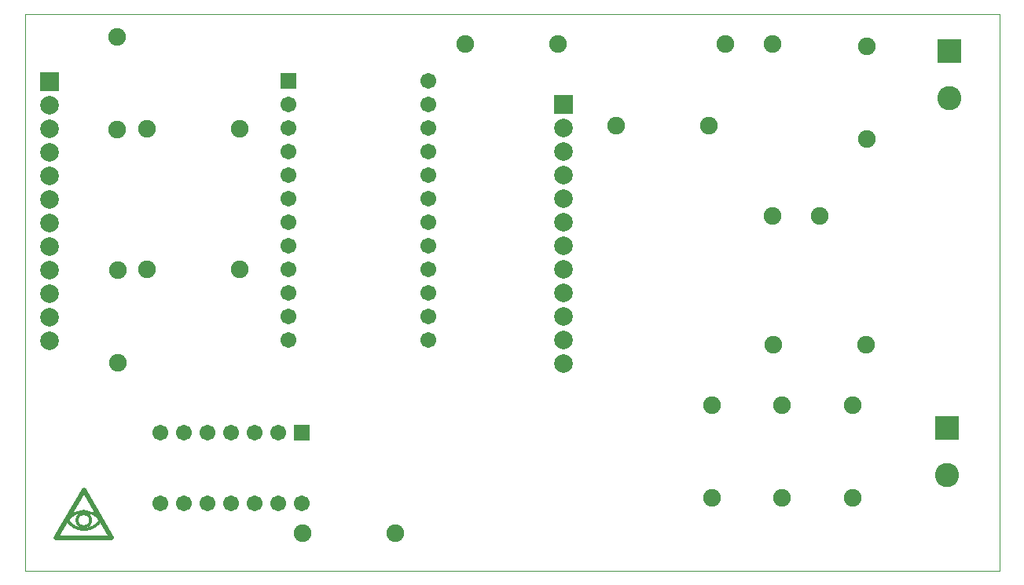
<source format=gbs>
G04 Layer_Color=16711935*
%FSLAX44Y44*%
%MOMM*%
G71*
G01*
G75*
%ADD10C,0.3000*%
%ADD17C,0.1000*%
%ADD33C,0.5500*%
%ADD36C,2.6032*%
%ADD37R,2.6032X2.6032*%
%ADD38C,1.9032*%
%ADD39R,1.7032X1.7032*%
%ADD40C,1.7032*%
%ADD41C,2.0032*%
%ADD42R,2.0032X2.0032*%
%ADD43R,1.7032X1.7032*%
D10*
X45531Y54779D02*
G03*
X82067Y54943I18219J10961D01*
G01*
X81406Y54500D02*
G03*
X46050Y54434I-17656J-11843D01*
G01*
X70779Y54310D02*
G03*
X70779Y54310I-7279J0D01*
G01*
D17*
X0Y0D02*
Y600000D01*
Y0D02*
X1050000D01*
Y600000D01*
X0D02*
X1050000D01*
D33*
X33750Y35060D02*
X93750D01*
X63700Y86610D02*
X93750Y35060D01*
X33750D02*
X63700Y86610D01*
D36*
X993140Y102870D02*
D03*
X995680Y509270D02*
D03*
D37*
X993140Y153670D02*
D03*
X995680Y560070D02*
D03*
D38*
X740410Y178270D02*
D03*
Y78270D02*
D03*
X299250Y40640D02*
D03*
X399250D02*
D03*
X805980Y243840D02*
D03*
X905980D02*
D03*
X474510Y567690D02*
D03*
X574510D02*
D03*
X637070Y480060D02*
D03*
X737070D02*
D03*
X815340Y178270D02*
D03*
Y78270D02*
D03*
X891540Y178270D02*
D03*
Y78270D02*
D03*
X100330Y224320D02*
D03*
Y324320D02*
D03*
X99060Y575780D02*
D03*
Y475780D02*
D03*
X231610Y325120D02*
D03*
X131610D02*
D03*
X231610Y476250D02*
D03*
X131610D02*
D03*
X906780Y465620D02*
D03*
Y565620D02*
D03*
X855980Y382270D02*
D03*
X805180D02*
D03*
X754380Y567690D02*
D03*
X805180D02*
D03*
D39*
X298450Y148590D02*
D03*
D40*
X273050D02*
D03*
X247650D02*
D03*
X222250D02*
D03*
X196850D02*
D03*
X171450D02*
D03*
X146050D02*
D03*
X298450Y72390D02*
D03*
X273050D02*
D03*
X247650D02*
D03*
X222250D02*
D03*
X196850D02*
D03*
X171450D02*
D03*
X146050D02*
D03*
X434960Y325120D02*
D03*
Y299720D02*
D03*
Y274320D02*
D03*
Y248920D02*
D03*
Y426720D02*
D03*
Y401320D02*
D03*
Y375920D02*
D03*
Y350520D02*
D03*
X283860Y325120D02*
D03*
Y299720D02*
D03*
Y274320D02*
D03*
Y248920D02*
D03*
X434960Y452120D02*
D03*
Y477520D02*
D03*
Y502920D02*
D03*
Y528320D02*
D03*
X283860Y350520D02*
D03*
Y375920D02*
D03*
Y401320D02*
D03*
Y426720D02*
D03*
Y452120D02*
D03*
Y477520D02*
D03*
Y502920D02*
D03*
D41*
X26670Y273050D02*
D03*
Y298450D02*
D03*
Y323850D02*
D03*
Y349250D02*
D03*
Y374650D02*
D03*
Y400050D02*
D03*
Y425450D02*
D03*
Y450850D02*
D03*
Y476250D02*
D03*
Y501650D02*
D03*
Y247650D02*
D03*
X580000Y248920D02*
D03*
Y274320D02*
D03*
Y299720D02*
D03*
Y325120D02*
D03*
Y350520D02*
D03*
Y375920D02*
D03*
Y401320D02*
D03*
Y426720D02*
D03*
Y452120D02*
D03*
Y477520D02*
D03*
Y223520D02*
D03*
D42*
X26670Y527050D02*
D03*
X580000Y502920D02*
D03*
D43*
X283860Y528320D02*
D03*
M02*

</source>
